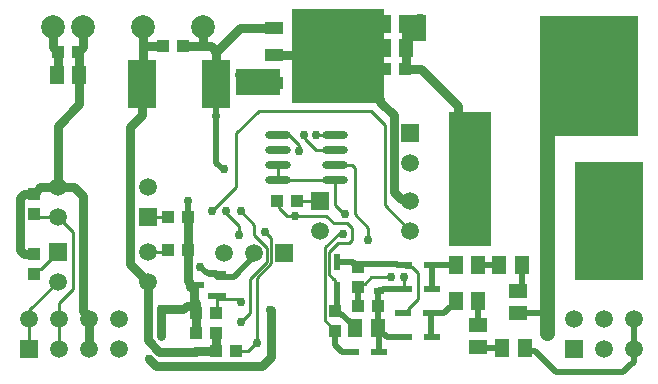
<source format=gbl>
%FSDAX24Y24*%
%MOIN*%
%SFA1B1*%

%IPPOS*%
%ADD13C,0.010000*%
%ADD18R,0.039370X0.043310*%
%ADD21R,0.043310X0.039370*%
%ADD24O,0.086610X0.023620*%
%ADD28R,0.059060X0.051180*%
%ADD53C,0.030000*%
%ADD54C,0.020000*%
%ADD55C,0.050000*%
%ADD61R,0.145000X0.085000*%
%ADD64R,0.059060X0.059060*%
%ADD65C,0.059060*%
%ADD66C,0.078740*%
%ADD67R,0.059060X0.059060*%
%ADD68C,0.030000*%
%ADD69C,0.050000*%
%ADD70R,0.051180X0.059060*%
%ADD71R,0.057090X0.021650*%
%ADD72R,0.021650X0.057090*%
%ADD73R,0.032680X0.024800*%
%ADD74R,0.059060X0.023620*%
%ADD75R,0.061020X0.135830*%
%ADD76R,0.061020X0.043310*%
%ADD77R,0.061020X0.043310*%
%ADD78R,0.092520X0.161420*%
%ADD79R,0.070000X0.085000*%
%ADD80R,0.140000X0.445000*%
%ADD81R,0.225000X0.395000*%
%ADD82R,0.330000X0.400000*%
%ADD83R,0.310000X0.315000*%
%LNpcb_dimmerbard-1*%
%LPD*%
G54D13*
X012150Y003600D02*
X012800D01*
X013248Y003200D02*
X013250Y003201D01*
Y003600*
X013237Y004000D02*
X013295Y003941D01*
X013508D02*
X013700Y003750D01*
X013295Y003941D02*
X013508D01*
X009750Y007800D02*
Y008000D01*
X009400Y008350D02*
X009750Y008000D01*
X009055Y008350D02*
X009400D01*
X009941Y008208D02*
X010300Y007850D01*
X009941Y008208D02*
Y008314D01*
X009903Y008353D02*
X009941Y008314D01*
X010300Y007850D02*
X010944D01*
X011061Y005061D02*
X011188D01*
X011200Y005050*
X011238Y005711D02*
X011261D01*
X010944Y006005D02*
X011238Y005711D01*
X007195Y007200D02*
X007250D01*
X008333Y001416D02*
Y003583D01*
X008826Y004076*
X008316Y001416D02*
X008333D01*
X008050Y001150D02*
X008316Y001416D01*
X007634Y001150D02*
X008050D01*
X008626Y005123D02*
X008826Y004924D01*
X008602Y005123D02*
X008626D01*
X008826Y004076D02*
Y004924D01*
X008100Y003550D02*
X008674Y004124D01*
X007800Y002100D02*
X008100Y002400D01*
X008674Y004124D02*
Y004575D01*
X008100Y002400D02*
Y003550D01*
X007670Y002876D02*
X007763Y002783D01*
X007799*
X006998Y002876D02*
X007670D01*
X006850Y005800D02*
X007650Y006600D01*
Y008400*
X008400Y009150*
X007287Y005762D02*
X007750Y005300D01*
X007287Y005762D02*
Y005787D01*
X007800Y005800D02*
X008250Y005350D01*
Y004999D02*
Y005350D01*
X011350Y005400D02*
X011500Y005250D01*
Y004850D02*
Y005250D01*
X011400Y004750D02*
X011500Y004850D01*
X011050Y004750D02*
X011400D01*
X010750Y004450D02*
X011050Y004750D01*
X010900Y005400D02*
X011350D01*
X010600Y004600D02*
X011061Y005061D01*
X010650Y005650D02*
X010900Y005400D01*
X011600Y005700D02*
X012050Y005250D01*
X010600Y002165D02*
Y004600D01*
X012037Y004837D02*
X012050Y004850D01*
Y005250*
X010750Y003700D02*
Y004450D01*
X011600Y005700D02*
Y007250D01*
X010600Y002165D02*
X010783Y001981D01*
X010941Y003245D02*
Y003518D01*
X010902Y003557D02*
X010941Y003518D01*
X010892Y003557D02*
X010902D01*
X010750Y003700D02*
X010892Y003557D01*
X009350Y005650D02*
X009600D01*
X010300Y008350D02*
X010944D01*
X009600Y005650D02*
X010650D01*
X010944Y006005D02*
Y006850D01*
X008250Y004999D02*
X008674Y004575D01*
X010944Y007350D02*
X011500D01*
X011600Y007250*
X011827Y003392D02*
X011942D01*
X012150Y003600*
X011700Y003265D02*
X011827Y003392D01*
X013378Y002553D02*
X013700Y002875D01*
Y003750*
X008400Y009150D02*
X012138D01*
X009092Y005907D02*
X009350Y005650D01*
X007750Y005000D02*
Y005300D01*
X009055Y006850D02*
X010944D01*
X009042Y006123D02*
X009092Y006073D01*
Y005907D02*
Y006073D01*
X010803Y001981D02*
X010950Y001835D01*
X010783Y001981D02*
X010803D01*
X010950Y001815D02*
Y001835D01*
X010941Y003245D02*
X011000Y003187D01*
X009684Y006150D02*
X010450D01*
X012600Y006000D02*
Y008688D01*
X012138Y009150D02*
X012600Y008688D01*
Y006000D02*
X013450Y005150D01*
X004700Y005600D02*
X005365D01*
X005315Y004450D02*
X005365Y004500D01*
X004700Y004450D02*
X005315D01*
X006984Y002300D02*
X006998Y002313D01*
Y002263D02*
Y002876D01*
X009055Y006850D02*
Y007350D01*
X013378Y002458D02*
Y002553D01*
X013224Y002400D02*
X013320D01*
X013378Y002458*
X001700Y005600D02*
X002200Y005100D01*
X001750Y002750D02*
X002200Y003200D01*
Y005100*
X000900Y005715D02*
X001015Y005600D01*
X001700*
X000900Y003715D02*
Y003735D01*
X001131Y003881D02*
X001700Y004450D01*
X001046Y003881D02*
X001131D01*
X000900Y003735D02*
X001046Y003881D01*
X001750Y001250D02*
Y002750D01*
X000750Y002250D02*
Y002500D01*
Y001250D02*
Y002250D01*
Y002500D02*
X001700Y003450D01*
G54D18*
X000900Y004384D03*
Y003715D03*
Y006384D03*
Y005715D03*
X010950Y002484D03*
Y001815D03*
X011700Y003934D03*
Y003265D03*
G54D21*
X006034Y005600D03*
X005365D03*
X007634Y001150D03*
X006965D03*
X005884Y011300D03*
X005215D03*
X006034Y004500D03*
X005365D03*
X009015Y006150D03*
X009684D03*
X006315Y001750D03*
X006984D03*
X011715Y002650D03*
X012384D03*
X006315Y002400D03*
X006984D03*
X001715Y011100D03*
X002384D03*
X012615Y010550D03*
X013284D03*
G54D24*
X010944Y008350D03*
Y007850D03*
Y007350D03*
Y006850D03*
X009055Y008350D03*
Y007850D03*
Y007350D03*
Y006850D03*
G54D28*
X015700Y002024D03*
Y001276D03*
X017050Y003150D03*
Y002402D03*
G54D53*
X006984Y001100D02*
Y001650D01*
X005081Y001118D02*
X006318D01*
X006350Y001150*
X006965*
X006104Y003281D02*
Y003395D01*
X006315Y002400D02*
Y002734D01*
Y001750D02*
Y002400D01*
X008789Y002526D02*
X008800Y002516D01*
Y000950D02*
Y002516D01*
X008500Y000650D02*
X008800Y000950D01*
X004984Y000650D02*
X008500D01*
X004742Y000892D02*
X004984Y000650D01*
X013800Y010550D02*
X015050Y009300D01*
Y008750D02*
Y009300D01*
X013284Y010550D02*
X013800D01*
X006034Y003465D02*
Y004500D01*
Y005600*
Y003465D02*
X006104Y003395D01*
X004700Y001500D02*
X005081Y001118D01*
X004700Y001500D02*
Y003450D01*
X005150Y001650D02*
Y002550D01*
X005890*
X005997Y002656*
X006022Y002631*
X004100Y008600D02*
X004519Y009019D01*
Y009030D02*
Y010050D01*
X013284Y010550D02*
X013324Y010589D01*
Y011250*
Y012050*
X004100Y004050D02*
X004700Y003450D01*
X004100Y004050D02*
Y008600D01*
X008832Y010094D02*
X008921D01*
X012450Y009450D02*
X012900Y009000D01*
Y006450D02*
Y009000D01*
Y006450D02*
X013152Y006197D01*
X012450Y009450D02*
Y009550D01*
X013152Y006197D02*
X013402D01*
X013450Y006150*
X006022Y002631D02*
X006212D01*
X006315Y002734*
X006250Y002800D02*
X006315Y002734D01*
X006250Y002800D02*
Y003250D01*
X008921Y011000D02*
X010100D01*
X010150Y010950*
X007766Y011905D02*
X008921D01*
X006980Y011119D02*
X007766Y011905D01*
X006800Y011300D02*
X006980Y011119D01*
Y010050D02*
Y011119D01*
X006550Y011300D02*
X006800D01*
X005884D02*
X006550D01*
Y011950*
X004550Y011300D02*
Y011950D01*
Y010080D02*
Y011300D01*
X005215*
X004519Y010050D02*
X004550Y010080D01*
X002550Y002493D02*
Y006300D01*
X002250Y006600D02*
X002550Y006300D01*
Y002493D02*
X002750Y002293D01*
Y001250D02*
Y002293D01*
X000565Y004384D02*
X000900D01*
X000450Y004500D02*
X000565Y004384D01*
X000450Y004500D02*
Y006250D01*
X000584Y006384D02*
X000900D01*
X000450Y006250D02*
X000584Y006384D01*
X000966Y006451D02*
X001115Y006600D01*
X000946Y006451D02*
X000966D01*
X000900Y006404D02*
X000946Y006451D01*
X001115Y006600D02*
X001700D01*
X000900Y006384D02*
Y006404D01*
X001700Y008650D02*
X002424Y009374D01*
Y010350*
X001700Y006600D02*
Y008650D01*
Y006600D02*
X002250D01*
X002384Y011100D02*
X002424Y011060D01*
Y010350D02*
Y011060D01*
X002550Y011265D02*
Y011950D01*
X002384Y011100D02*
X002404D01*
X002451Y011146D02*
Y011166D01*
X002404Y011100D02*
X002451Y011146D01*
Y011166D02*
X002550Y011265D01*
X001648Y011146D02*
X001695Y011100D01*
X001648Y011146D02*
Y011166D01*
X001550Y011265D02*
X001648Y011166D01*
X001550Y011265D02*
Y011950D01*
X001695Y011100D02*
X001715D01*
X001676Y010350D02*
X001715Y010389D01*
Y011100*
G54D54*
X012384Y003137D02*
X012404Y003156D01*
X013021Y004039D02*
X013060Y004000D01*
X011796Y004039D02*
X012400D01*
X013021*
X013060Y004000D02*
X013237D01*
X006980Y007415D02*
Y010050D01*
X006989Y003740D02*
X007024Y003705D01*
Y003624D02*
X007574D01*
X008789Y001239D02*
Y002526D01*
X017370Y001153D02*
X017596D01*
X018300Y000450D02*
X020550D01*
X017596Y001153D02*
X018300Y000450D01*
X017274Y001250D02*
X017370Y001153D01*
X020900Y001200D02*
Y002200D01*
Y000794D02*
Y001200D01*
X020831Y000726D02*
X020900Y000794D01*
X020826Y000726D02*
X020831D01*
X020550Y000450D02*
X020826Y000726D01*
X017816Y002402D02*
X018000Y002218D01*
X017050Y002402D02*
X017816D01*
X006050Y005615D02*
Y006150D01*
X006034Y005600D02*
X006050Y005615D01*
X006980Y007415D02*
X007195Y007200D01*
X006452Y003959D02*
X006670Y003740D01*
X006989*
X007574Y003624D02*
X008250Y004300D01*
Y004400*
X012374Y001900D02*
X012384Y001910D01*
Y002650*
X012532Y003200D02*
X013237D01*
X012400Y003161D02*
X012424Y003185D01*
X012517*
X012532Y003200*
X014162D02*
Y004000D01*
X011715Y002650D02*
Y003250D01*
X011700Y003265D02*
X011715Y003250D01*
X012384Y002650D02*
Y003137D01*
X011603Y004051D02*
X011700Y003954D01*
Y003942D02*
Y003954D01*
X011000Y004112D02*
X011529D01*
X011590Y004051*
X011603*
X011700Y003942D02*
X011796Y004039D01*
X011000Y002534D02*
Y003187D01*
X010950Y002484D02*
X011000Y002534D01*
X011430Y002095D02*
X011470D01*
X011626Y001939*
X010950Y002465D02*
Y002484D01*
Y002465D02*
X011046Y002368D01*
X011157*
X011430Y002095*
X011626Y001900D02*
Y001939D01*
X010950Y001350D02*
X011191Y001108D01*
X011479D02*
X011487Y001100D01*
X011191Y001108D02*
X011479D01*
X010950Y001350D02*
Y001815D01*
X012412Y001822D02*
X012529Y001704D01*
X012412Y001822D02*
Y001861D01*
Y001100D02*
Y001822D01*
X012374Y001900D02*
X012412Y001861D01*
X012674Y001600D02*
X013237D01*
X012569Y001704D02*
X012674Y001600D01*
X012529Y001704D02*
X012569D01*
X014150Y001608D02*
Y002400D01*
Y001608D02*
X014158Y001600D01*
X014162*
X014576Y002400D02*
X014780Y002604D01*
X014150Y002400D02*
X014576D01*
X014976Y002760D02*
Y002800D01*
X014820Y002604D02*
X014976Y002760D01*
X014780Y002604D02*
X014820D01*
X015700Y002024D02*
Y002776D01*
X015724Y002800*
X015700Y001276D02*
X015726Y001250D01*
X016526*
X014162Y004000D02*
X014976D01*
X015724D02*
X016426D01*
X017174Y003274D02*
Y004000D01*
X017050Y003150D02*
X017174Y003274D01*
G54D55*
X018000Y001750D02*
Y002350D01*
Y002402D02*
Y010000D01*
G54D61*
X008375Y010125D03*
G54D64*
X010450Y006150D03*
X000750Y001200D03*
X018900D03*
X004700Y005600D03*
X001700Y004450D03*
X009250Y004400D03*
G54D65*
X010450Y005150D03*
X013450Y006150D03*
Y005150D03*
X000750Y002200D03*
X001750Y001200D03*
Y002200D03*
X002750Y001200D03*
Y002200D03*
X003750Y001200D03*
Y002200D03*
X018900D03*
X019900Y001200D03*
Y002200D03*
X020900Y001200D03*
Y002200D03*
X001700Y006600D03*
Y005600D03*
X004700Y006600D03*
Y003450D03*
Y004450D03*
X001700Y003450D03*
X008250Y004400D03*
X007250D03*
X013450Y007400D03*
G54D66*
X001550Y011950D03*
X002550D03*
X004550D03*
X006550D03*
G54D67*
X013450Y008400D03*
G54D68*
X012800Y003600D03*
X013250D03*
X009700Y009600D03*
X006966Y008984D03*
X007750Y010350D03*
X013784Y012249D03*
X008250Y010350D03*
X006350Y001150D03*
X009903Y008353D03*
X011200Y005050D03*
X011261Y005711D03*
X013779Y011749D03*
X006050Y006150D03*
X007250Y007200D03*
X010800Y009600D03*
X006452Y003959D03*
X008333Y001416D03*
X005150Y001650D03*
Y002550D03*
X004742Y000892D03*
X008789Y002526D03*
X008602Y005123D03*
X007799Y002783D03*
X007800Y002100D03*
X007325Y005800D03*
X007800D03*
X006850D03*
X012037Y004837D03*
X009600Y005650D03*
X010300Y008350D03*
X007750Y005000D03*
X009750Y007800D03*
G54D69*
X018000Y002350D03*
Y001750D03*
X015850Y005000D03*
X015050D03*
Y008750D03*
X015850D03*
X020600Y006850D03*
Y005950D03*
Y005050D03*
Y004150D03*
X019750D03*
Y005050D03*
Y005950D03*
Y006850D03*
X018750Y011700D03*
Y010800D03*
Y009900D03*
Y009000D03*
X019600Y011700D03*
Y010800D03*
Y009900D03*
Y009000D03*
X020450D03*
Y009900D03*
Y010800D03*
Y011700D03*
G54D70*
X011626Y001900D03*
X012374D03*
X014976Y002800D03*
X015724D03*
X016526Y001250D03*
X017274D03*
X014976Y004000D03*
X015724D03*
X016426D03*
X017174D03*
X001676Y010350D03*
X002424D03*
X012576Y011250D03*
X013324D03*
X012576Y012050D03*
X013324D03*
G54D71*
X012412Y001100D03*
X011487D03*
X014162Y001600D03*
X013237D03*
X014162Y003200D03*
X013237D03*
Y004000D03*
X014162D03*
X013224Y002400D03*
X014150D03*
G54D72*
X011000Y003187D03*
Y004112D03*
G54D73*
X012400Y003161D03*
Y004039D03*
G54D74*
X007024Y003724D03*
Y002976D03*
X006276Y003350D03*
G54D75*
X011578Y011000D03*
G54D76*
X008921Y011905D03*
Y011000D03*
G54D77*
X008921Y010094D03*
G54D78*
X006980Y010050D03*
X004519D03*
G54D79*
X013650Y011925D03*
G54D80*
X015450Y006875D03*
G54D81*
X020075Y005475D03*
G54D82*
X019400Y010300D03*
G54D83*
X011050Y010975D03*
M02*
</source>
